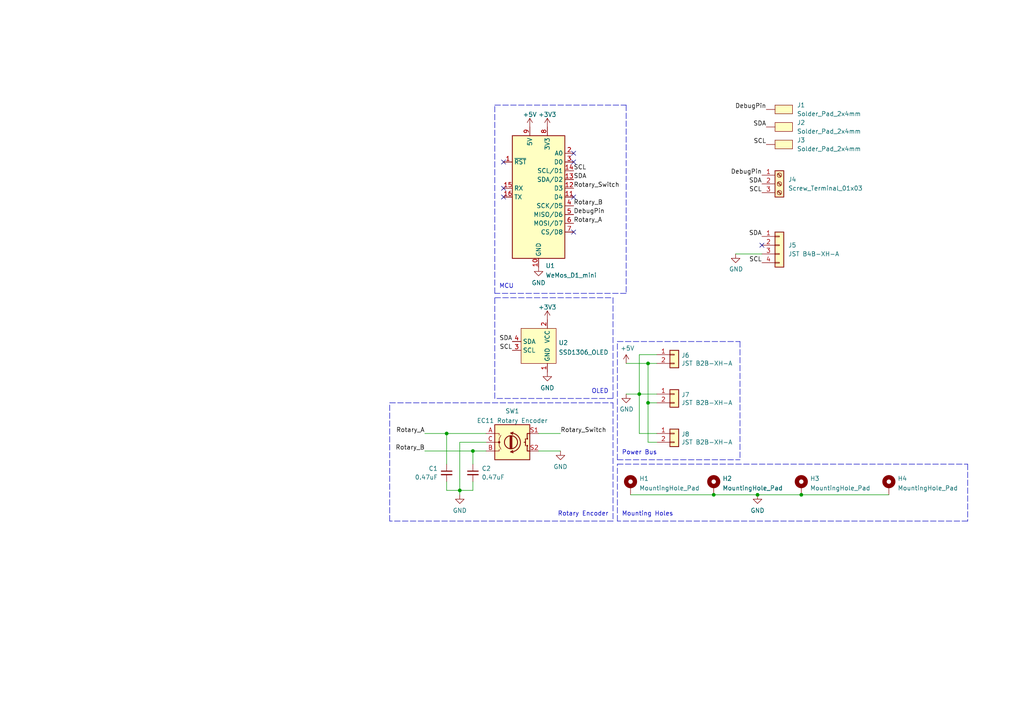
<source format=kicad_sch>
(kicad_sch (version 20211123) (generator eeschema)
  (paper "A4")
  (lib_symbols
    (symbol "Connector:Screw_Terminal_01x03" (pin_names (offset 1.016) hide)
      (property "Reference" "J" (at 0 5.08 0))
      (property "Value" "Screw_Terminal_01x03" (at 0 -5.08 0))
      (symbol "Screw_Terminal_01x03_1_1"
        (rectangle (start -1.27 3.81) (end 1.27 -3.81) (stroke (width 0.254)) (fill (type background)))
        (circle (center 0 -2.54) (radius 0.635) (stroke (width 0.1524)))
        (polyline (pts (xy -0.5334 -2.2098) (xy 0.3302 -3.048)) (stroke (width 0.1524)))
        (polyline (pts (xy -0.5334 0.3302) (xy 0.3302 -0.508)) (stroke (width 0.1524)))
        (polyline (pts (xy -0.5334 2.8702) (xy 0.3302 2.032)) (stroke (width 0.1524)))
        (polyline (pts (xy -0.3556 -2.032) (xy 0.508 -2.8702)) (stroke (width 0.1524)))
        (polyline (pts (xy -0.3556 0.508) (xy 0.508 -0.3302)) (stroke (width 0.1524)))
        (polyline (pts (xy -0.3556 3.048) (xy 0.508 2.2098)) (stroke (width 0.1524)))
        (circle (center 0 0) (radius 0.635) (stroke (width 0.1524)))
        (circle (center 0 2.54) (radius 0.635) (stroke (width 0.1524)))
        (pin passive line (at -5.08 2.54 0) (length 3.81) (name "Pin_1") (number "1"))
        (pin passive line (at -5.08 0 0) (length 3.81) (name "Pin_2") (number "2"))
        (pin passive line (at -5.08 -2.54 0) (length 3.81) (name "Pin_3") (number "3"))
      )
    )
    (symbol "Connector_Generic:Conn_01x02" (pin_names (offset 1.016) hide)
      (property "Reference" "J" (at 0 2.54 0))
      (property "Value" "Conn_01x02" (at 0 -5.08 0))
      (symbol "Conn_01x02_1_1"
        (rectangle (start -1.27 -2.413) (end 0 -2.667) (stroke (width 0.1524)))
        (rectangle (start -1.27 0.127) (end 0 -0.127) (stroke (width 0.1524)))
        (rectangle (start -1.27 1.27) (end 1.27 -3.81) (stroke (width 0.254)) (fill (type background)))
        (pin passive line (at -5.08 0 0) (length 3.81) (name "Pin_1") (number "1"))
        (pin passive line (at -5.08 -2.54 0) (length 3.81) (name "Pin_2") (number "2"))
      )
    )
    (symbol "Connector_Generic:Conn_01x04" (pin_names (offset 1.016) hide)
      (property "Reference" "J" (at 0 5.08 0))
      (property "Value" "Conn_01x04" (at 0 -7.62 0))
      (symbol "Conn_01x04_1_1"
        (rectangle (start -1.27 -4.953) (end 0 -5.207) (stroke (width 0.1524)))
        (rectangle (start -1.27 -2.413) (end 0 -2.667) (stroke (width 0.1524)))
        (rectangle (start -1.27 0.127) (end 0 -0.127) (stroke (width 0.1524)))
        (rectangle (start -1.27 2.667) (end 0 2.413) (stroke (width 0.1524)))
        (rectangle (start -1.27 3.81) (end 1.27 -6.35) (stroke (width 0.254)) (fill (type background)))
        (pin passive line (at -5.08 2.54 0) (length 3.81) (name "Pin_1") (number "1"))
        (pin passive line (at -5.08 0 0) (length 3.81) (name "Pin_2") (number "2"))
        (pin passive line (at -5.08 -2.54 0) (length 3.81) (name "Pin_3") (number "3"))
        (pin passive line (at -5.08 -5.08 0) (length 3.81) (name "Pin_4") (number "4"))
      )
    )
    (symbol "Device:C_Small" (pin_numbers hide) (pin_names (offset 0.254) hide)
      (property "Reference" "C" (at 0.254 1.778 0))
      (property "Value" "C_Small" (at 0.254 -2.032 0))
      (symbol "C_Small_0_1"
        (polyline (pts (xy -1.524 -0.508) (xy 1.524 -0.508)) (stroke (width 0.3302)))
        (polyline (pts (xy -1.524 0.508) (xy 1.524 0.508)) (stroke (width 0.3048)))
      )
      (symbol "C_Small_1_1"
        (pin passive line (at 0 2.54 270) (length 2.032) (name "~") (number "1"))
        (pin passive line (at 0 -2.54 90) (length 2.032) (name "~") (number "2"))
      )
    )
    (symbol "Device:RotaryEncoder_Switch" (pin_names (offset 0.254) hide)
      (property "Reference" "SW" (at 0 6.604 0))
      (property "Value" "RotaryEncoder_Switch" (at 0 -6.604 0))
      (symbol "RotaryEncoder_Switch_0_1"
        (rectangle (start -5.08 5.08) (end 5.08 -5.08) (stroke (width 0.254)) (fill (type background)))
        (circle (center -3.81 0) (radius 0.254) (fill (type outline)))
        (arc (start -0.381 -2.794) (mid 2.3622 -0.0635) (end -0.381 2.667) (stroke (width 0.254)))
        (circle (center -0.381 0) (radius 1.905) (stroke (width 0.254)))
        (polyline (pts (xy -0.635 -1.778) (xy -0.635 1.778)) (stroke (width 0.254)))
        (polyline (pts (xy -0.381 -1.778) (xy -0.381 1.778)) (stroke (width 0.254)))
        (polyline (pts (xy -0.127 1.778) (xy -0.127 -1.778)) (stroke (width 0.254)))
        (polyline (pts (xy 3.81 0) (xy 3.429 0)) (stroke (width 0.254)))
        (polyline (pts (xy 3.81 1.016) (xy 3.81 -1.016)) (stroke (width 0.254)))
        (polyline (pts (xy -5.08 -2.54) (xy -3.81 -2.54) (xy -3.81 -2.032)))
        (polyline (pts (xy -5.08 2.54) (xy -3.81 2.54) (xy -3.81 2.032)))
        (polyline (pts (xy 0.254 -3.048) (xy -0.508 -2.794) (xy 0.127 -2.413)) (stroke (width 0.254)))
        (polyline (pts (xy 0.254 2.921) (xy -0.508 2.667) (xy 0.127 2.286)) (stroke (width 0.254)))
        (polyline (pts (xy 5.08 -2.54) (xy 4.318 -2.54) (xy 4.318 -1.016)) (stroke (width 0.254)))
        (polyline (pts (xy 5.08 2.54) (xy 4.318 2.54) (xy 4.318 1.016)) (stroke (width 0.254)))
        (polyline (pts (xy -5.08 0) (xy -3.81 0) (xy -3.81 -1.016) (xy -3.302 -2.032)))
        (polyline (pts (xy -4.318 0) (xy -3.81 0) (xy -3.81 1.016) (xy -3.302 2.032)))
        (circle (center 4.318 -1.016) (radius 0.127) (stroke (width 0.254)))
        (circle (center 4.318 1.016) (radius 0.127) (stroke (width 0.254)))
      )
      (symbol "RotaryEncoder_Switch_1_1"
        (pin passive line (at -7.62 2.54 0) (length 2.54) (name "A") (number "A"))
        (pin passive line (at -7.62 -2.54 0) (length 2.54) (name "B") (number "B"))
        (pin passive line (at -7.62 0 0) (length 2.54) (name "C") (number "C"))
        (pin passive line (at 7.62 2.54 180) (length 2.54) (name "S1") (number "S1"))
        (pin passive line (at 7.62 -2.54 180) (length 2.54) (name "S2") (number "S2"))
      )
    )
    (symbol "GBSC_Sync_Combiner_Symbols:SSD1306_OLED"
      (property "Reference" "U" (at 6.35 1.27 0))
      (property "Value" "SSD1306_OLED" (at 6.35 -1.27 0))
      (symbol "SSD1306_OLED_0_1"
        (rectangle (start -5.08 5.08) (end 5.08 -5.08) (stroke (width 0.1524)) (fill (type background)))
      )
      (symbol "SSD1306_OLED_1_1"
        (pin power_in line (at 2.54 -7.62 90) (length 2.54) (name "GND") (number "1"))
        (pin power_in line (at 2.54 7.62 270) (length 2.54) (name "VCC") (number "2"))
        (pin input line (at -7.62 -1.27 0) (length 2.54) (name "SCL") (number "3"))
        (pin bidirectional line (at -7.62 1.27 0) (length 2.54) (name "SDA") (number "4"))
      )
    )
    (symbol "GBSC_Sync_Combiner_Symbols:Solder_Pad_2x4mm" (pin_numbers hide)
      (property "Reference" "J" (at 3.81 1.27 0))
      (property "Value" "Solder_Pad_2x4mm" (at 3.81 -1.27 0))
      (symbol "Solder_Pad_2x4mm_0_1"
        (rectangle (start -2.54 1.27) (end 2.54 -1.27) (stroke (width 0.1524)) (fill (type background)))
      )
      (symbol "Solder_Pad_2x4mm_1_1"
        (pin unspecified line (at -5.08 0 0) (length 2.54) (name "") (number "1"))
      )
    )
    (symbol "MCU_Module:WeMos_D1_mini"
      (property "Reference" "U" (at 3.81 19.05 0))
      (property "Value" "WeMos_D1_mini" (at 1.27 -19.05 0))
      (symbol "WeMos_D1_mini_1_1"
        (rectangle (start -7.62 17.78) (end 7.62 -17.78) (stroke (width 0.254)) (fill (type background)))
        (pin input line (at -10.16 10.16 0) (length 2.54) (name "~{RST}") (number "1"))
        (pin power_in line (at 0 -20.32 90) (length 2.54) (name "GND") (number "10"))
        (pin bidirectional line (at 10.16 0 180) (length 2.54) (name "D4") (number "11"))
        (pin bidirectional line (at 10.16 2.54 180) (length 2.54) (name "D3") (number "12"))
        (pin bidirectional line (at 10.16 5.08 180) (length 2.54) (name "SDA/D2") (number "13"))
        (pin bidirectional line (at 10.16 7.62 180) (length 2.54) (name "SCL/D1") (number "14"))
        (pin input line (at -10.16 2.54 0) (length 2.54) (name "RX") (number "15"))
        (pin output line (at -10.16 0 0) (length 2.54) (name "TX") (number "16"))
        (pin input line (at 10.16 12.7 180) (length 2.54) (name "A0") (number "2"))
        (pin bidirectional line (at 10.16 10.16 180) (length 2.54) (name "D0") (number "3"))
        (pin bidirectional line (at 10.16 -2.54 180) (length 2.54) (name "SCK/D5") (number "4"))
        (pin bidirectional line (at 10.16 -5.08 180) (length 2.54) (name "MISO/D6") (number "5"))
        (pin bidirectional line (at 10.16 -7.62 180) (length 2.54) (name "MOSI/D7") (number "6"))
        (pin bidirectional line (at 10.16 -10.16 180) (length 2.54) (name "CS/D8") (number "7"))
        (pin power_out line (at 2.54 20.32 270) (length 2.54) (name "3V3") (number "8"))
        (pin power_in line (at -2.54 20.32 270) (length 2.54) (name "5V") (number "9"))
      )
    )
    (symbol "Mechanical:MountingHole_Pad" (pin_numbers hide) (pin_names (offset 1.016) hide)
      (property "Reference" "H" (at 0 6.35 0))
      (property "Value" "MountingHole_Pad" (at 0 4.445 0))
      (symbol "MountingHole_Pad_0_1"
        (circle (center 0 1.27) (radius 1.27) (stroke (width 1.27)))
      )
      (symbol "MountingHole_Pad_1_1"
        (pin input line (at 0 -2.54 90) (length 2.54) (name "1") (number "1"))
      )
    )
    (symbol "Solder_Pad_2x4mm_2" (pin_numbers hide)
      (property "Reference" "J" (at 3.81 1.27 0))
      (property "Value" "Solder_Pad_2x4mm_2" (at 3.81 -1.27 0))
      (symbol "Solder_Pad_2x4mm_2_0_1"
        (rectangle (start -2.54 1.27) (end 2.54 -1.27) (stroke (width 0.1524)) (fill (type background)))
      )
      (symbol "Solder_Pad_2x4mm_2_1_1"
        (pin unspecified line (at -5.08 0 0) (length 2.54) (name "") (number "1"))
      )
    )
    (symbol "power:+3V3" (power) (pin_names (offset 0))
      (property "Value" "+3V3" (at 0 3.556 0))
      (symbol "+3V3_0_1"
        (polyline (pts (xy -0.762 1.27) (xy 0 2.54)))
        (polyline (pts (xy 0 0) (xy 0 2.54)))
        (polyline (pts (xy 0 2.54) (xy 0.762 1.27)))
      )
      (symbol "+3V3_1_1"
        (pin power_in line (at 0 0 90) (length 0) hide (name "+3V3") (number "1"))
      )
    )
    (symbol "power:+5V" (power) (pin_names (offset 0))
      (property "Value" "+5V" (at 0 3.556 0))
      (symbol "+5V_0_1"
        (polyline (pts (xy -0.762 1.27) (xy 0 2.54)))
        (polyline (pts (xy 0 0) (xy 0 2.54)))
        (polyline (pts (xy 0 2.54) (xy 0.762 1.27)))
      )
      (symbol "+5V_1_1"
        (pin power_in line (at 0 0 90) (length 0) hide (name "+5V") (number "1"))
      )
    )
    (symbol "power:GND" (power) (pin_names (offset 0))
      (property "Value" "GND" (at 0 -3.81 0))
      (symbol "GND_0_1"
        (polyline (pts (xy 0 0) (xy 0 -1.27) (xy 1.27 -1.27) (xy 0 -2.54) (xy -1.27 -1.27) (xy 0 -1.27)))
      )
      (symbol "GND_1_1"
        (pin power_in line (at 0 0 270) (length 0) hide (name "GND") (number "1"))
      )
    )
  )
  (junction (at 185.42 114.3))
  (junction (at 129.54 125.73))
  (junction (at 187.96 116.84))
  (junction (at 219.71 143.51))
  (junction (at 133.35 142.24))
  (junction (at 232.41 143.51))
  (junction (at 207.01 143.51))
  (junction (at 137.16 130.81))
  (junction (at 187.96 105.41))
  (no_connect (at 146.05 46.99))
  (no_connect (at 166.37 44.45))
  (no_connect (at 166.37 46.99))
  (no_connect (at 146.05 54.61))
  (no_connect (at 166.37 67.31))
  (no_connect (at 146.05 57.15))
  (no_connect (at 166.37 57.15))
  (no_connect (at 220.98 71.12))
  (polyline (pts (xy 179.07 134.62) (xy 280.67 134.62)))
  (wire (pts (xy 187.96 105.41) (xy 190.5 105.41)))
  (wire (pts (xy 129.54 139.7) (xy 129.54 142.24)))
  (wire (pts (xy 156.21 130.81) (xy 162.56 130.81)))
  (polyline (pts (xy 177.8 116.84) (xy 177.8 151.13)))
  (polyline (pts (xy 143.51 86.36) (xy 177.8 86.36)))
  (wire (pts (xy 137.16 130.81) (xy 140.97 130.81)))
  (wire (pts (xy 181.61 105.41) (xy 187.96 105.41)))
  (wire (pts (xy 137.16 139.7) (xy 137.16 142.24)))
  (wire (pts (xy 182.88 143.51) (xy 207.01 143.51)))
  (wire (pts (xy 123.19 130.81) (xy 137.16 130.81)))
  (wire (pts (xy 213.36 73.66) (xy 220.98 73.66)))
  (wire (pts (xy 129.54 125.73) (xy 129.54 134.62)))
  (polyline (pts (xy 179.07 133.35) (xy 179.07 99.06)))
  (wire (pts (xy 137.16 142.24) (xy 133.35 142.24)))
  (wire (pts (xy 187.96 116.84) (xy 187.96 105.41)))
  (polyline (pts (xy 143.51 30.48) (xy 181.61 30.48)))
  (polyline (pts (xy 280.67 134.62) (xy 280.67 151.13)))
  (wire (pts (xy 129.54 125.73) (xy 140.97 125.73)))
  (polyline (pts (xy 177.8 151.13) (xy 113.03 151.13)))
  (polyline (pts (xy 179.07 133.35) (xy 214.63 133.35)))
  (polyline (pts (xy 181.61 30.48) (xy 181.61 85.09)))
  (wire (pts (xy 190.5 102.87) (xy 185.42 102.87)))
  (polyline (pts (xy 181.61 85.09) (xy 143.51 85.09)))
  (wire (pts (xy 129.54 142.24) (xy 133.35 142.24)))
  (wire (pts (xy 219.71 143.51) (xy 232.41 143.51)))
  (wire (pts (xy 187.96 116.84) (xy 187.96 128.27)))
  (wire (pts (xy 156.21 125.73) (xy 162.56 125.73)))
  (wire (pts (xy 190.5 116.84) (xy 187.96 116.84)))
  (wire (pts (xy 185.42 114.3) (xy 190.5 114.3)))
  (polyline (pts (xy 143.51 85.09) (xy 143.51 30.48)))
  (polyline (pts (xy 177.8 115.57) (xy 143.51 115.57)))
  (wire (pts (xy 207.01 143.51) (xy 219.71 143.51)))
  (polyline (pts (xy 179.07 151.13) (xy 179.07 134.62)))
  (wire (pts (xy 133.35 128.27) (xy 133.35 142.24)))
  (polyline (pts (xy 177.8 86.36) (xy 177.8 115.57)))
  (wire (pts (xy 185.42 125.73) (xy 190.5 125.73)))
  (wire (pts (xy 140.97 128.27) (xy 133.35 128.27)))
  (wire (pts (xy 181.61 114.3) (xy 185.42 114.3)))
  (wire (pts (xy 137.16 130.81) (xy 137.16 134.62)))
  (wire (pts (xy 185.42 114.3) (xy 185.42 125.73)))
  (wire (pts (xy 232.41 143.51) (xy 257.81 143.51)))
  (polyline (pts (xy 113.03 116.84) (xy 177.8 116.84)))
  (wire (pts (xy 187.96 128.27) (xy 190.5 128.27)))
  (wire (pts (xy 133.35 142.24) (xy 133.35 143.51)))
  (polyline (pts (xy 280.67 151.13) (xy 179.07 151.13)))
  (polyline (pts (xy 179.07 99.06) (xy 214.63 99.06)))
  (polyline (pts (xy 113.03 151.13) (xy 113.03 116.84)))
  (polyline (pts (xy 214.63 99.06) (xy 214.63 133.35)))
  (polyline (pts (xy 143.51 115.57) (xy 143.51 86.36)))
  (wire (pts (xy 185.42 102.87) (xy 185.42 114.3)))
  (wire (pts (xy 123.19 125.73) (xy 129.54 125.73)))
  (text "Mounting Holes" (at 180.34 149.86 0) (effects (font (size 1.27 1.27)) (justify left bottom)))
  (text "Rotary Encoder" (at 176.53 149.86 180) (effects (font (size 1.27 1.27)) (justify right bottom)))
  (text "Power Bus" (at 180.34 132.08 0) (effects (font (size 1.27 1.27)) (justify left bottom)))
  (text "OLED" (at 176.53 114.3 180) (effects (font (size 1.27 1.27)) (justify right bottom)))
  (text "MCU" (at 144.78 83.82 0) (effects (font (size 1.27 1.27)) (justify left bottom)))
  (label "SCL" (at 166.37 49.53 0))
  (label "DebugPin" (at 166.37 62.23 0))
  (label "Rotary_Switch" (at 166.37 54.61 0))
  (label "DebugPin" (at 220.98 50.8 180))
  (label "Rotary_A" (at 166.37 64.77 0))
  (label "SDA" (at 220.98 53.34 180))
  (label "DebugPin" (at 222.25 31.75 180))
  (label "SCL" (at 148.59 101.6 180))
  (label "Rotary_A" (at 123.19 125.73 180))
  (label "Rotary_B" (at 166.37 59.69 0))
  (label "SDA" (at 166.37 52.07 0))
  (label "SCL" (at 220.98 76.2 180))
  (label "SDA" (at 148.59 99.06 180))
  (label "SDA" (at 222.25 36.83 180))
  (label "SCL" (at 220.98 55.88 180))
  (label "Rotary_Switch" (at 162.56 125.73 0))
  (label "SDA" (at 220.98 68.58 180))
  (label "Rotary_B" (at 123.19 130.81 180))
  (label "SCL" (at 222.25 41.91 180))
  (symbol (lib_id "power:GND") (at 156.21 77.47 0) (unit 1)
    (property "Reference" "#PWR0106" (effects hide))
    (property "Value" "GND" (at 156.21 82.0325 0))
  )
  (symbol (lib_id "Connector_Generic:Conn_01x02") (at 195.58 102.87 0) (unit 1)
    (property "Reference" "J6" (at 197.612 103.0732 0) (effects (justify left)))
    (property "Value" "JST B2B-XH-A" (at 197.612 105.3846 0) (effects (justify left)))
    (property "Footprint" "Connector_JST:JST_XH_B2B-XH-A_1x02_P2.50mm_Vertical" (effects hide))
  )
  (symbol (lib_id "Device:C_Small") (at 137.16 137.16 0) (unit 1)
    (property "Reference" "C2" (at 139.7 135.89 0) (effects (justify left)))
    (property "Value" "0.47uF" (at 139.7 138.43 0) (effects (justify left)))
    (property "Footprint" "Capacitor_THT:C_Disc_D3.0mm_W1.6mm_P2.50mm" (effects hide))
  )
  (symbol (lib_id "Device:C_Small") (at 129.54 137.16 0) (unit 1)
    (property "Reference" "C1" (at 127 135.89 0) (effects (justify right)))
    (property "Value" "0.47uF" (at 127 138.43 0) (effects (justify right)))
    (property "Footprint" "Capacitor_THT:C_Disc_D3.0mm_W1.6mm_P2.50mm" (effects hide))
  )
  (symbol (lib_id "power:GND") (at 133.35 143.51 0) (unit 1)
    (property "Reference" "#PWR0110" (effects hide))
    (property "Value" "GND" (at 133.35 148.0725 0))
  )
  (symbol (lib_id "power:GND") (at 181.61 114.3 0) (unit 1)
    (property "Reference" "#PWR0102" (effects hide))
    (property "Value" "GND" (at 181.737 118.6942 0))
  )
  (symbol (lib_id "power:GND") (at 213.36 73.66 0) (unit 1)
    (property "Reference" "#PWR0109" (effects hide))
    (property "Value" "GND" (at 213.487 78.0542 0))
  )
  (symbol (lib_id "power:+5V") (at 153.67 36.83 0) (unit 1)
    (property "Reference" "#PWR0107" (effects hide))
    (property "Value" "+5V" (at 153.67 33.2255 0))
  )
  (symbol (lib_id "Connector_Generic:Conn_01x02") (at 195.58 125.73 0) (unit 1)
    (property "Reference" "J8" (at 197.612 125.9332 0) (effects (justify left)))
    (property "Value" "JST B2B-XH-A" (at 197.612 128.2446 0) (effects (justify left)))
    (property "Footprint" "Connector_JST:JST_XH_B2B-XH-A_1x02_P2.50mm_Vertical" (effects hide))
  )
  (symbol (lib_id "power:+3V3") (at 158.75 92.71 0) (unit 1)
    (property "Reference" "#PWR0105" (effects hide))
    (property "Value" "+3V3" (at 158.75 89.1055 0))
  )
  (symbol (lib_id "power:GND") (at 162.56 130.81 0) (unit 1)
    (property "Reference" "#PWR0111" (effects hide))
    (property "Value" "GND" (at 162.56 135.3725 0))
  )
  (symbol (lib_id "power:GND") (at 158.75 107.95 0) (unit 1)
    (property "Reference" "#PWR0104" (effects hide))
    (property "Value" "GND" (at 158.75 112.5125 0))
  )
  (symbol (lib_id "Mechanical:MountingHole_Pad") (at 257.81 140.97 0) (unit 1) (in_bom no)
    (property "Reference" "H4" (at 260.35 138.7915 0) (effects (justify left)))
    (property "Value" "MountingHole_Pad" (at 260.35 141.5666 0) (effects (justify left)))
    (property "Footprint" "MountingHole:MountingHole_3.2mm_M3_Pad" (effects hide))
  )
  (symbol (lib_id "Device:RotaryEncoder_Switch") (at 148.59 128.27 0) (unit 1)
    (property "Reference" "SW1" (at 148.59 119.2235 0))
    (property "Value" "EC11 Rotary Encoder" (at 148.59 121.9986 0))
    (property "Footprint" "Rotary_Encoder:RotaryEncoder_Alps_EC11E-Switch_Vertical_H20mm" (effects hide))
  )
  (symbol (lib_id "Connector_Generic:Conn_01x04") (at 226.06 71.12 0) (unit 1)
    (property "Reference" "J5" (at 228.6 71.12 0) (effects (justify left)))
    (property "Value" "JST B4B-XH-A" (at 228.6 73.66 0) (effects (justify left)))
    (property "Footprint" "Connector_JST:JST_XH_B4B-XH-A_1x04_P2.50mm_Vertical" (effects hide))
  )
  (symbol (lib_id "Mechanical:MountingHole_Pad") (at 207.01 140.97 0) (unit 1) (in_bom no)
    (property "Reference" "H2" (at 209.55 138.7915 0) (effects (justify left)))
    (property "Value" "MountingHole_Pad" (at 209.55 141.5666 0) (effects (justify left)))
    (property "Footprint" "MountingHole:MountingHole_3.2mm_M3_Pad" (effects hide))
  )
  (symbol (lib_id "Mechanical:MountingHole_Pad") (at 232.41 140.97 0) (unit 1) (in_bom no)
    (property "Reference" "H3" (at 234.95 138.7915 0) (effects (justify left)))
    (property "Value" "MountingHole_Pad" (at 234.95 141.5666 0) (effects (justify left)))
    (property "Footprint" "MountingHole:MountingHole_3.2mm_M3_Pad" (effects hide))
  )
  (symbol (lib_id "GBSC_Sync_Combiner_Symbols:Solder_Pad_2x4mm") (at 227.33 36.83 0) (unit 1) (in_bom no)
    (property "Reference" "J2" (at 231.14 35.56 0) (effects (justify left)))
    (property "Value" "Solder_Pad_2x4mm" (at 231.14 38.1 0) (effects (justify left)))
    (property "Footprint" "GBSC_Sync_Combiner_Footprints:Solder_Pad_2x4mm" (effects hide))
  )
  (symbol (lib_id "power:GND") (at 219.71 143.51 0) (unit 1)
    (property "Reference" "#PWR0101" (effects hide))
    (property "Value" "GND" (at 219.71 148.0725 0))
  )
  (symbol (lib_id "Mechanical:MountingHole_Pad") (at 182.88 140.97 0) (unit 1) (in_bom no)
    (property "Reference" "H1" (at 185.42 138.7915 0) (effects (justify left)))
    (property "Value" "MountingHole_Pad" (at 185.42 141.5666 0) (effects (justify left)))
    (property "Footprint" "MountingHole:MountingHole_3.2mm_M3_Pad" (effects hide))
  )
  (symbol (lib_id "GBSC_Sync_Combiner_Symbols:Solder_Pad_2x4mm") (at 227.33 31.75 0) (unit 1) (in_bom no)
    (property "Reference" "J1" (at 231.14 30.48 0) (effects (justify left)))
    (property "Value" "Solder_Pad_2x4mm" (at 231.14 33.02 0) (effects (justify left)))
    (property "Footprint" "GBSC_Sync_Combiner_Footprints:Solder_Pad_2x4mm" (effects hide))
  )
  (symbol (lib_id "MCU_Module:WeMos_D1_mini") (at 156.21 57.15 0) (unit 1)
    (property "Reference" "U1" (at 158.2294 77.0795 0) (effects (justify left)))
    (property "Value" "WeMos_D1_mini" (at 158.2294 79.8546 0) (effects (justify left)))
    (property "Footprint" "Module:WEMOS_D1_mini_light" (effects hide))
    (property "Datasheet" "https://wiki.wemos.cc/products:d1:d1_mini#documentation" (effects hide))
  )
  (symbol (lib_id "power:+5V") (at 181.61 105.41 0) (unit 1)
    (property "Reference" "#PWR0103" (effects hide))
    (property "Value" "+5V" (at 181.991 101.0158 0))
  )
  (symbol (lib_id "Connector:Screw_Terminal_01x03") (at 226.06 53.34 0) (unit 1)
    (property "Reference" "J4" (at 228.6 52.07 0) (effects (justify left)))
    (property "Value" "Screw_Terminal_01x03" (at 228.6 54.61 0) (effects (justify left)))
    (property "Footprint" "TerminalBlock_MetzConnect:TerminalBlock_MetzConnect_Type059_RT06303HBWC_1x03_P3.50mm_Horizontal" (effects hide))
  )
  (symbol (lib_name "Solder_Pad_2x4mm_2") (lib_id "GBSC_Sync_Combiner_Symbols:Solder_Pad_2x4mm") (at 227.33 41.91 0) (unit 1) (in_bom no)
    (property "Reference" "J3" (at 231.14 40.64 0) (effects (justify left)))
    (property "Value" "Solder_Pad_2x4mm" (at 231.14 43.18 0) (effects (justify left)))
    (property "Footprint" "GBSC_Sync_Combiner_Footprints:Solder_Pad_2x4mm" (effects hide))
  )
  (symbol (lib_id "GBSC_Sync_Combiner_Symbols:SSD1306_OLED") (at 156.21 100.33 0) (unit 1)
    (property "Reference" "U2" (at 162.0012 99.4215 0) (effects (justify left)))
    (property "Value" "SSD1306_OLED" (at 162.0012 102.1966 0) (effects (justify left)))
    (property "Footprint" "GBSC_Sync_Combiner_Footprints:SSD1306_OLED_0.96-Inch" (effects hide))
  )
  (symbol (lib_id "power:+3V3") (at 158.75 36.83 0) (unit 1)
    (property "Reference" "#PWR0108" (effects hide))
    (property "Value" "+3V3" (at 158.75 33.2255 0))
  )
  (symbol (lib_id "Connector_Generic:Conn_01x02") (at 195.58 114.3 0) (unit 1)
    (property "Reference" "J7" (at 197.612 114.5032 0) (effects (justify left)))
    (property "Value" "JST B2B-XH-A" (at 197.612 116.8146 0) (effects (justify left)))
    (property "Footprint" "Connector_JST:JST_XH_B2B-XH-A_1x02_P2.50mm_Vertical" (effects hide))
  )
)
</source>
